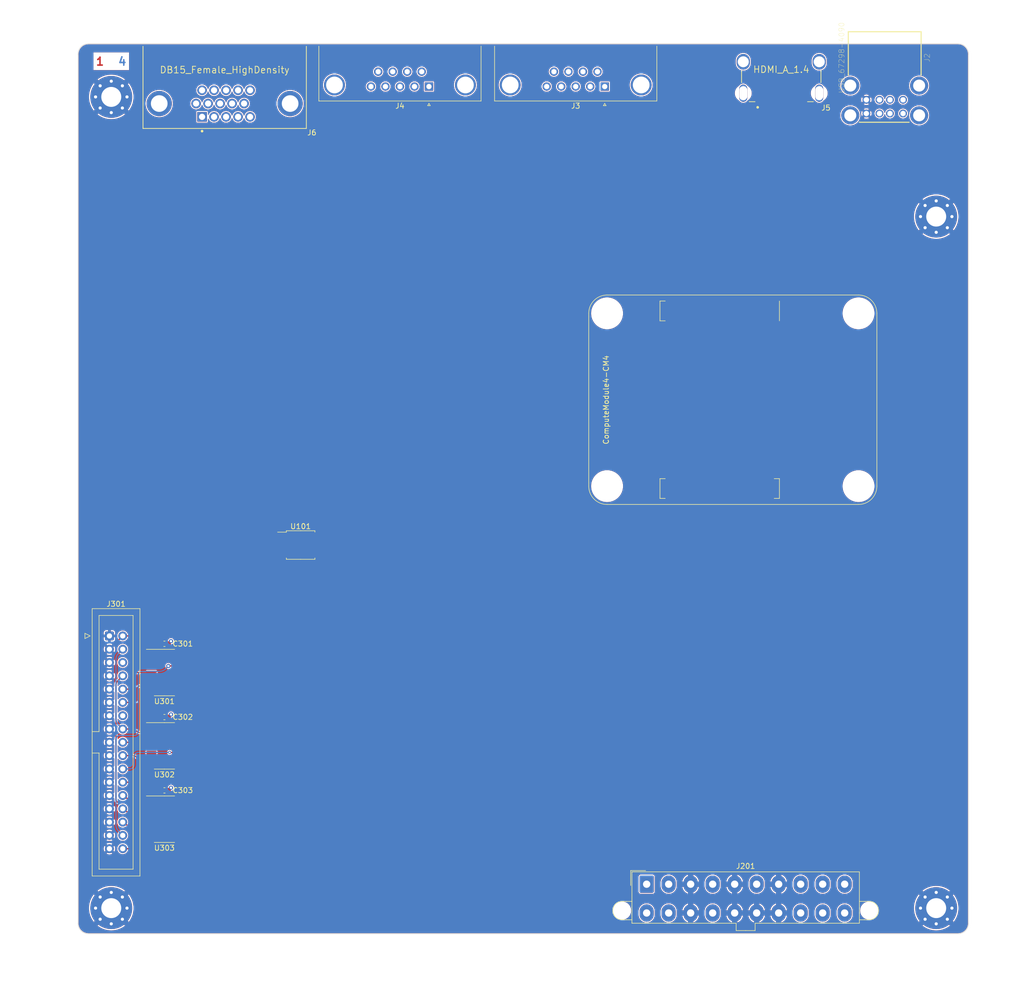
<source format=kicad_pcb>
(kicad_pcb (version 20211014) (generator pcbnew)
  (layers (0 "F.Cu" signal) (1 "In1.Cu" signal) (2 "In2.Cu" signal) (31 "B.Cu" signal) (34 "B.Paste" user) (35 "F.Paste" user) (36 "B.SilkS" user "B.Silkscreen") (37 "F.SilkS" user "F.Silkscreen") (38 "B.Mask" user) (39 "F.Mask" user) (44 "Edge.Cuts" user))
  (net 0 "")
  (net 1 "GND")
  (net 155 "+5V")
  (net 215 "/Floppy Interface/~{REDWC}")
  (net 216 "/Floppy Interface/~{INDEX}")
  (net 217 "/Floppy Interface/~{MTRON}")
  (net 218 "/Floppy Interface/~{DIR}")
  (net 219 "/Floppy Interface/~{STEP}")
  (net 220 "/Floppy Interface/~{WDATA}")
  (net 221 "/Floppy Interface/~{WGATE}")
  (net 222 "/Floppy Interface/~{TRK00}")
  (net 223 "/Floppy Interface/~{WPT}")
  (net 224 "/Floppy Interface/~{RDATA}")
  (net 225 "/Floppy Interface/~{SIDE1}")
  (net 226 "/Floppy Interface/~{DSKCHG}")
  (net 232 "/Floppy Interface/~{DS1}")
  (net 233 "/Floppy Interface/~{DS2}")
  (net 234 "+12V")
  (net 235 "/Floppy Interface/INDEX")
  (net 236 "/Floppy Interface/+3.3V")
  (net 237 "/Floppy Interface/REDWC")
  (net 238 "/Floppy Interface/SEL0")
  (net 239 "/Floppy Interface/SEL1")
  (net 240 "/Floppy Interface/SIDE")
  (net 241 "/Floppy Interface/MTR0")
  (net 242 "/Floppy Interface/DIR")
  (net 243 "/Floppy Interface/STEP")
  (net 244 "/Floppy Interface/DKWEB")
  (net 245 "/Floppy Interface/DKWDB")
  (net 246 "/Floppy Interface/TRK0")
  (net 247 "/Floppy Interface/WPROT")
  (net 248 "/Floppy Interface/DKRD")
  (net 249 "/Floppy Interface/RDY")
  (net 250 "/Floppy Interface/CHNG")
  (net 251 "+3V3")
  (footprint "Package_SO:SO-14_3.9x8.65mm_P1.27mm" (layer "F.Cu") (at 67.5 197.11)
    (fp_text reference "U302")
    (fp_text value "74LVC06")
  )
  (footprint "Capacitor_SMD:C_0603_1608Metric" (layer "F.Cu") (at 67.5 177.61 180)
    (fp_text reference "C301")
    (fp_text value "100nF")
  )
  (footprint "CM4IO:Raspberry-Pi-4-Compute-Module" (layer "F.Cu") (at 152 114.5 -90)
    (fp_text reference "Module1" hide)
    (fp_text value "ComputeModule4-CM4")
  )
  (footprint "Capacitor_SMD:C_0603_1608Metric" (layer "F.Cu") (at 67.5 205.61 180)
    (fp_text reference "C303")
    (fp_text value "100nF")
  )
  (footprint "Connector_Dsub:DSUB-9_Male_Horizontal_P2.77x2.84mm_EdgePinOffset4.94mm_Housed_MountingHolesOffset7.48mm" (layer "F.Cu") (at 151.55 71.18 180)
    (fp_text reference "J3")
    (fp_text value "DB9_Male_MountingHoles")
  )
  (footprint "Package_SO:SO-14_3.9x8.65mm_P1.27mm" (layer "F.Cu") (at 67.5 211.11)
    (fp_text reference "U303")
    (fp_text value "74LVC14")
  )
  (footprint "MountingHole:MountingHole_4mm_Pad_Via" (layer "F.Cu") (at 214.83 228.1 180)
    (fp_text reference "H4" hide)
    (fp_text value "MountingHole_Pad" hide)
  )
  (footprint "Connector_Molex:Molex_Mini-Fit_Jr_5566-20A2_2x10_P4.20mm_Vertical" (layer "F.Cu") (at 159.555 223.527)
    (fp_text reference "J201")
    (fp_text value "ATX-20")
  )
  (footprint "Package_SO:SO-14_3.9x8.65mm_P1.27mm" (layer "F.Cu") (at 67.5 183.11)
    (fp_text reference "U301")
    (fp_text value "74LVC06")
  )
  (footprint "Package_SO:SOIC-8_5.23x5.23mm_P1.27mm" (layer "F.Cu") (at 93.5 158.75)
    (fp_text reference "U101")
    (fp_text value "W25Q128JVS")
  )
  (footprint "Conn_Wurth_685119134923:Wurth-685119134923-MFG" (layer "F.Cu") (at 185.25 67.925 180)
    (fp_text reference "J5")
    (fp_text value "HDMI_A_1.4")
  )
  (footprint "MountingHole:MountingHole_4mm_Pad_Via" (layer "F.Cu") (at 57.35 73.16 180)
    (fp_text reference "H2" hide)
    (fp_text value "MountingHole_Pad" hide)
  )
  (footprint "CM4IO:MOLEX_USB_67298-4090" (layer "F.Cu") (at 205 71 180)
    (fp_text reference "J2")
    (fp_text value "USB_67298-4090")
  )
  (footprint "Connector_IDC:IDC-Header_2x17_P2.54mm_Vertical" (layer "F.Cu") (at 57 176.11)
    (fp_text reference "J301")
    (fp_text value "Conn_02x17_Odd_Even")
  )
  (footprint "Connector_Dsub:DSUB-9_Male_Horizontal_P2.77x2.84mm_EdgePinOffset4.94mm_Housed_MountingHolesOffset7.48mm" (layer "F.Cu") (at 118 71.18 180)
    (fp_text reference "J4")
    (fp_text value "DB9_Male_MountingHoles")
  )
  (footprint "MountingHole:MountingHole_4mm_Pad_Via" (layer "F.Cu") (at 57.35 228.1 180)
    (fp_text reference "H1" hide)
    (fp_text value "MountingHole_Pad" hide)
  )
  (footprint "Capacitor_SMD:C_0603_1608Metric" (layer "F.Cu") (at 67.5 191.61 180)
    (fp_text reference "C302")
    (fp_text value "100nF")
  )
  (footprint "Conn_TE_1-1734530:TE-1-1734530-1-0-0-0" (layer "F.Cu") (at 79 68 180)
    (fp_text reference "J6")
    (fp_text value "DB15_Female_HighDensity")
  )
  (footprint "MountingHole:MountingHole_4mm_Pad_Via" (layer "F.Cu") (at 214.83 96.02 180)
    (fp_text reference "H3" hide)
    (fp_text value "MountingHole_Pad" hide)
  )
  (gr_line locked (start 221 231) (end 221 65) (layer "Edge.Cuts") (width 0.1))
  (gr_arc locked (start 221 231) (mid 220.414214 232.414214) (end 219 233) (layer "Edge.Cuts") (width 0.1))
  (gr_arc locked (start 53 233) (mid 51.585786 232.414214) (end 51 231) (layer "Edge.Cuts") (width 0.1))
  (gr_line (start 51 65) (end 51 231) (layer "Edge.Cuts") (width 0.1))
  (gr_arc locked (start 219 63) (mid 220.414214 63.585786) (end 221 65) (layer "Edge.Cuts") (width 0.1))
  (gr_line locked (start 53 233) (end 219 233) (layer "Edge.Cuts") (width 0.1))
  (gr_arc locked (start 51 65) (mid 51.585786 63.585786) (end 53 63) (layer "Edge.Cuts") (width 0.1))
  (gr_line locked (start 219 63) (end 53 63) (layer "Edge.Cuts") (width 0.1))
  (gr_text "1" (at 55.2 66.4) (layer "F.Cu") (effects (font (size 1.5 1.5) (thickness 0.3))))
  (gr_text "4" (at 59.45 66.4) (layer "B.Cu") (effects (font (size 1.5 1.5) (thickness 0.3))))
  (segment (start 69.975 211.11) (end 67.99 211.11) (width 0.25) (layer "F.Cu") (net 215))
  (segment (start 59.867632 215.384511) (end 55.774511 215.384511) (width 0.25) (layer "F.Cu") (net 215))
  (segment (start 56 177.36) (end 57.89 177.36) (width 0.25) (layer "F.Cu") (net 215))
  (segment (start 67.25 211.85) (end 67.25 215.60096) (width 0.25) (layer "F.Cu") (net 215))
  (segment (start 58.572842 177.077157) (end 59.54 176.11) (width 0.25) (layer "F.Cu") (net 215))
  (segment (start 61.96 180.57) (end 65.025 180.57) (width 0.25) (layer "F.Cu") (net 215))
  (segment (start 59.54 176.11) (end 61 176.11) (width 0.25) (layer "F.Cu") (net 215))
  (segment (start 55.25 214.86) (end 55.25 178.11) (width 0.25) (layer "F.Cu") (net 215))
  (segment (start 66.55048 216.30048) (end 62.078976 216.30048) (width 0.25) (layer "F.Cu") (net 215))
  (segment (start 61.5 176.61) (end 61.5 180.11) (width 0.25) (layer "F.Cu") (net 215))
  (arc (start 67.99 211.11) (mid 67.466741 211.326741) (end 67.25 211.85) (width 0.25) (layer "F.Cu") (net 215))
  (arc (start 60.75 215.75) (mid 60.345166 215.479499) (end 59.867632 215.384511) (width 0.25) (layer "F.Cu") (net 215))
  (arc (start 57.89 177.36) (mid 58.259552 177.286492) (end 58.572842 177.077157) (width 0.25) (layer "F.Cu") (net 215))
  (arc (start 55.25 178.11) (mid 55.46967 177.57967) (end 56 177.36) (width 0.25) (layer "F.Cu") (net 215))
  (arc (start 61 176.11) (mid 61.353553 176.256447) (end 61.5 176.61) (width 0.25) (layer "F.Cu") (net 215))
  (arc (start 55.774511 215.384511) (mid 55.403626 215.230885) (end 55.25 214.86) (width 0.25) (layer "F.Cu") (net 215))
  (arc (start 62.078976 216.30048) (mid 61.359739 216.157415) (end 60.75 215.75) (width 0.25) (layer "F.Cu") (net 215))
  (arc (start 61.5 180.11) (mid 61.634731 180.435269) (end 61.96 180.57) (width 0.25) (layer "F.Cu") (net 215))
  (arc (start 67.25 215.60096) (mid 67.045115 216.095595) (end 66.55048 216.30048) (width 0.25) (layer "F.Cu") (net 215))
  (segment (start 68.304436 208.414437) (end 68.07 208.18) (width 0.25) (layer "F.Cu") (net 216))
  (segment (start 67.934475 208.044475) (end 68.07 208.18) (width 0.25) (layer "F.Cu") (net 216))
  (segment (start 58.589411 184.680588) (end 59.54 183.73) (width 0.25) (layer "F.Cu") (net 216))
  (segment (start 68.68 208.57) (end 69.975 208.57) (width 0.25) (layer "F.Cu") (net 216))
  (segment (start 58.25 185.5) (end 58.25 207.36) (width 0.25) (layer "F.Cu") (net 216))
  (segment (start 58.83548 207.94548) (end 67.69548 207.94548) (width 0.25) (layer "F.Cu") (net 216))
  (arc (start 67.69548 207.94548) (mid 67.824823 207.971208) (end 67.934475 208.044475) (width 0.25) (layer "F.Cu") (net 216))
  (arc (start 58.25 185.5) (mid 58.33821 185.056538) (end 58.589411 184.680588) (width 0.25) (layer "F.Cu") (net 216))
  (arc (start 68.68 208.57) (mid 68.476746 208.52957) (end 68.304436 208.414437) (width 0.25) (layer "F.Cu") (net 216))
  (arc (start 58.25 207.36) (mid 58.421483 207.773997) (end 58.83548 207.94548) (width 0.25) (layer "F.Cu") (net 216))
  (segment (start 59.54 193.89) (end 61.47 193.89) (width 0.25) (layer "F.Cu") (net 217))
  (segment (start 62.82 194.57) (end 65.025 194.57) (width 0.25) (layer "F.Cu") (net 217))
  (segment (start 61.999203 194.109203) (end 62.195 194.305) (width 0.25) (layer "F.Cu") (net 217))
  (segment (start 62.205441 194.315442) (end 62.195 194.305) (width 0.25) (layer "F.Cu") (net 217))
  (arc (start 61.47 193.89) (mid 61.756403 193.946969) (end 61.999203 194.109203) (width 0.25) (layer "F.Cu") (net 217))
  (arc (start 62.82 194.57) (mid 62.487403 194.503842) (end 62.205441 194.315442) (width 0.25) (layer "F.Cu") (net 217))
  (segment (start 59.54 178.65) (end 58.64598 179.54402) (width 0.25) (layer "B.Cu") (net 217))
  (segment (start 58.25 192) (end 58.25 180.5) (width 0.25) (layer "B.Cu") (net 217))
  (segment (start 59.54 193.89) (end 58.674264 193.024264) (width 0.25) (layer "B.Cu") (net 217))
  (arc (start 58.674264 193.024264) (mid 58.360263 192.554328) (end 58.25 192) (width 0.25) (layer "B.Cu") (net 217))
  (arc (start 58.64598 179.54402) (mid 58.352912 179.982627) (end 58.25 180.5) (width 0.25) (layer "B.Cu") (net 217))
  (segment (start 62.224229 196.834228) (end 62.195 196.805) (width 0.25) (layer "F.Cu") (net 218))
  (segment (start 59.54 196.43) (end 61.466447 196.43) (width 0.25) (layer "F.Cu") (net 218))
  (segment (start 62.89 197.11) (end 65.025 197.11) (width 0.25) (layer "F.Cu") (net 218))
  (segment (start 62.07 196.68) (end 62.195 196.805) (width 0.25) (layer "F.Cu") (net 218))
  (arc (start 62.89 197.11) (mid 62.529687 197.038329) (end 62.224229 196.834228) (width 0.25) (layer "F.Cu") (net 218))
  (arc (start 61.466447 196.43) (mid 61.793087 196.494973) (end 62.07 196.68) (width 0.25) (layer "F.Cu") (net 218))
  (segment (start 62.32 199.43) (end 62.07 199.18) (width 0.25) (layer "F.Cu") (net 219))
  (segment (start 61.563016 198.97) (end 59.54 198.97) (width 0.25) (layer "F.Cu") (net 219))
  (segment (start 65.025 199.65) (end 62.851126 199.65) (width 0.25) (layer "F.Cu") (net 219))
  (arc (start 62.07 199.18) (mid 61.837393 199.024577) (end 61.563016 198.97) (width 0.25) (layer "F.Cu") (net 219))
  (arc (start 62.851126 199.65) (mid 62.563683 199.592824) (end 62.32 199.43) (width 0.25) (layer "F.Cu") (net 219))
  (segment (start 69.975 198.38) (end 68.52 198.38) (width 0.25) (layer "F.Cu") (net 220))
  (segment (start 68.52 198.38) (end 68.5 198.36) (width 0.25) (layer "F.Cu") (net 220))
  (via (at 68.5 198.36) (size 0.6) (drill 0.3) (layers "F.Cu" "B.Cu") (net 220))
  (segment (start 59.54 201.51) (end 60.85 201.51) (width 0.25) (layer "B.Cu") (net 220))
  (segment (start 62.5 198.36) (end 68.5 198.36) (width 0.25) (layer "B.Cu") (net 220))
  (segment (start 61.75 200.61) (end 61.75 199.11) (width 0.25) (layer "B.Cu") (net 220))
  (arc (start 60.85 201.51) (mid 61.486396 201.246396) (end 61.75 200.61) (width 0.25) (layer "B.Cu") (net 220))
  (arc (start 61.75 199.11) (mid 61.96967 198.57967) (end 62.5 198.36) (width 0.25) (layer "B.Cu") (net 220))
  (segment (start 67.31 204.05) (end 59.54 204.05) (width 0.25) (layer "F.Cu") (net 221))
  (segment (start 68.25 201.36) (end 68.25 203.11) (width 0.25) (layer "F.Cu") (net 221))
  (segment (start 69.975 200.92) (end 68.69 200.92) (width 0.25) (layer "F.Cu") (net 221))
  (arc (start 68.69 200.92) (mid 68.378873 201.048873) (end 68.25 201.36) (width 0.25) (layer "F.Cu") (net 221))
  (arc (start 67.31 204.05) (mid 67.97468 203.77468) (end 68.25 203.11) (width 0.25) (layer "F.Cu") (net 221))
  (segment (start 65.025 207.3) (end 61.2 207.3) (width 0.25) (layer "F.Cu") (net 222))
  (segment (start 59.578248 206.628249) (end 59.54 206.59) (width 0.25) (layer "F.Cu") (net 222))
  (arc (start 61.2 207.3) (mid 60.322314 207.125417) (end 59.578248 206.628249) (width 0.25) (layer "F.Cu") (net 222))
  (segment (start 59.656031 209.24603) (end 59.54 209.13) (width 0.25) (layer "F.Cu") (net 223))
  (segment (start 65.025 209.84) (end 61.09 209.84) (width 0.25) (layer "F.Cu") (net 223))
  (arc (start 61.09 209.84) (mid 60.313941 209.685632) (end 59.656031 209.24603) (width 0.25) (layer "F.Cu") (net 223))
  (segment (start 65.025 212.38) (end 61.12 212.38) (width 0.25) (layer "F.Cu") (net 224))
  (segment (start 59.634817 211.764817) (end 59.54 211.67) (width 0.25) (layer "F.Cu") (net 224))
  (arc (start 61.12 212.38) (mid 60.316225 212.220119) (end 59.634817 211.764817) (width 0.25) (layer "F.Cu") (net 224))
  (segment (start 68.27 181.84) (end 68.25 181.86) (width 0.25) (layer "F.Cu") (net 225))
  (segment (start 69.975 181.84) (end 68.27 181.84) (width 0.25) (layer "F.Cu") (net 225))
  (via (at 68.25 181.86) (size 0.8) (drill 0.4) (layers "F.Cu" "B.Cu") (net 225))
  (segment (start 61.75 195.11) (end 59 195.11) (width 0.25) (layer "B.Cu") (net 225))
  (segment (start 58.25 195.86) (end 58.25 212.25) (width 0.25) (layer "B.Cu") (net 225))
  (segment (start 67.702549 182.407452) (end 68.25 181.86) (width 0.25) (layer "B.Cu") (net 225))
  (segment (start 62.5 183.61) (end 62.5 194.36) (width 0.25) (layer "B.Cu") (net 225))
  (segment (start 66.61 182.86) (end 63.25 182.86) (width 0.25) (layer "B.Cu") (net 225))
  (segment (start 59.54 214.21) (end 58.723762 213.393762) (width 0.25) (layer "B.Cu") (net 225))
  (arc (start 62.5 194.36) (mid 62.28033 194.89033) (end 61.75 195.11) (width 0.25) (layer "B.Cu") (net 225))
  (arc (start 58.723762 213.393762) (mid 58.373126 212.869) (end 58.25 212.25) (width 0.25) (layer "B.Cu") (net 225))
  (arc (start 66.61 182.86) (mid 67.201283 182.742386) (end 67.702549 182.407452) (width 0.25) (layer "B.Cu") (net 225))
  (arc (start 63.25 182.86) (mid 62.71967 183.07967) (end 62.5 183.61) (width 0.25) (layer "B.Cu") (net 225))
  (arc (start 59 195.11) (mid 58.46967 195.32967) (end 58.25 195.86) (width 0.25) (layer "B.Cu") (net 225))
  (segment (start 66.75 216.75) (end 59.54 216.75) (width 0.25) (layer "F.Cu") (net 226))
  (segment (start 69.975 213.65) (end 68.45 213.65) (width 0.25) (layer "F.Cu") (net 226))
  (segment (start 67.75 214.35) (end 67.75 215.75) (width 0.25) (layer "F.Cu") (net 226))
  (arc (start 67.75 215.75) (mid 67.457107 216.457107) (end 66.75 216.75) (width 0.25) (layer "F.Cu") (net 226))
  (arc (start 68.45 213.65) (mid 67.955025 213.855025) (end 67.75 214.35) (width 0.25) (layer "F.Cu") (net 226))
  (segment (start 61.5 185.75) (end 61.5 183.61) (width 0.25) (layer "F.Cu") (net 232))
  (segment (start 59.54 186.27) (end 60.98 186.27) (width 0.25) (layer "F.Cu") (net 232))
  (segment (start 62 183.11) (end 65.025 183.11) (width 0.25) (layer "F.Cu") (net 232))
  (arc (start 60.98 186.27) (mid 61.347696 186.117696) (end 61.5 185.75) (width 0.25) (layer "F.Cu") (net 232))
  (arc (start 61.5 183.61) (mid 61.646447 183.256447) (end 62 183.11) (width 0.25) (layer "F.Cu") (net 232))
  (segment (start 62.25 188.25) (end 62.25 186.3) (width 0.25) (layer "F.Cu") (net 233))
  (segment (start 62.9 185.65) (end 65.025 185.65) (width 0.25) (layer "F.Cu") (net 233))
  (segment (start 59.54 188.81) (end 61.69 188.81) (width 0.25) (layer "F.Cu") (net 233))
  (arc (start 62.25 186.3) (mid 62.440381 185.840381) (end 62.9 185.65) (width 0.25) (layer "F.Cu") (net 233))
  (arc (start 61.69 188.81) (mid 62.08598 188.64598) (end 62.25 188.25) (width 0.25) (layer "F.Cu") (net 233))
  (segment (start 68.94 179.3) (end 69.975 179.3) (width 0.35) (layer "F.Cu") (net 236))
  (segment (start 68.94 207.3) (end 69.975 207.3) (width 0.35) (layer "F.Cu") (net 236))
  (segment (start 68.94 193.3) (end 69.975 193.3) (width 0.35) (layer "F.Cu") (net 236))
  (segment (start 68.275 191.61) (end 68.275 192.635) (width 0.35) (layer "F.Cu") (net 236))
  (segment (start 68.275 205.61) (end 68.275 206.635) (width 0.35) (layer "F.Cu") (net 236))
  (segment (start 68.275 177.61) (end 68.275 178.635) (width 0.35) (layer "F.Cu") (net 236))
  (via (at 68.75 177.11) (size 0.8) (drill 0.4) (layers "F.Cu" "B.Cu") (net 236))
  (via (at 68.75 205.11) (size 0.8) (drill 0.4) (layers "F.Cu" "B.Cu") (net 236))
  (via (at 68.75 191.11) (size 0.8) (drill 0.4) (layers "F.Cu" "B.Cu") (net 236))
  (arc (start 68.275 192.635) (mid 68.469774 193.105226) (end 68.94 193.3) (width 0.35) (layer "F.Cu") (net 236))
  (arc (start 68.275 206.635) (mid 68.469774 207.105226) (end 68.94 207.3) (width 0.35) (layer "F.Cu") (net 236))
  (arc (start 68.275 178.635) (mid 68.469774 179.105226) (end 68.94 179.3) (width 0.35) (layer "F.Cu") (net 236))
  (zone (net 0) (net_name "") (layers "F.Cu" "In1.Cu" "In2.Cu" "B.Cu") (connect_pads (clearance 0)) (min_thickness 0.254)
    (keepout (tracks not_allowed) (vias not_allowed) (pads not_allowed) (copperpour not_allowed) (footprints not_allowed))
    (fill (thermal_gap 0.508) (thermal_bridge_width 0.508))
    (polygon (pts (xy 60.75 68.05) (xy 53.95 68.05) (xy 53.95 64.65) (xy 60.75 64.65)))
  )
  (zone (net 1) (net_name "GND") (layers "F.Cu" "In1.Cu" "In2.Cu" "B.Cu") (connect_pads (clearance 0.127)) (min_thickness 0.127) (fill yes (thermal_gap 0.254) (thermal_bridge_width 0.508))
    (polygon (pts (xy 50.46 62.46) (xy 221.18 62.46) (xy 221.18 233.18) (xy 50.46 233.18)))
  )
)
</source>
